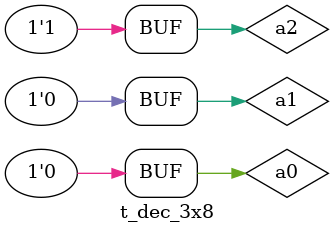
<source format=v>
module t_dec_3x8();
wire [7:0] y;
reg a0,a1,a2;

dec_3x8 m1(y,a0,a1,a2);
initial begin
a0=0;a1=0;a2=0;
#5 a0=1;a1=0;a2=0;
#5 a0=0;a1=1;a2=0;
#5 a0=0;a1=0;a2=1;
end
endmodule

</source>
